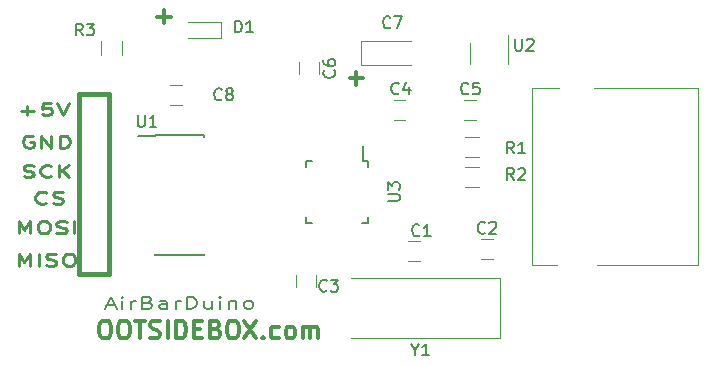
<source format=gbr>
G04 #@! TF.FileFunction,Legend,Top*
%FSLAX46Y46*%
G04 Gerber Fmt 4.6, Leading zero omitted, Abs format (unit mm)*
G04 Created by KiCad (PCBNEW 4.0.6) date 06/06/17 10:00:33*
%MOMM*%
%LPD*%
G01*
G04 APERTURE LIST*
%ADD10C,0.100000*%
%ADD11C,0.300000*%
%ADD12C,0.200000*%
%ADD13C,0.250000*%
%ADD14C,0.120000*%
%ADD15C,0.381000*%
%ADD16C,0.150000*%
G04 APERTURE END LIST*
D10*
D11*
X141321428Y-85357143D02*
X140178571Y-85357143D01*
X140750000Y-85928571D02*
X140750000Y-84785714D01*
D12*
X119585714Y-104566667D02*
X120300000Y-104566667D01*
X119442857Y-104852381D02*
X119942857Y-103852381D01*
X120442857Y-104852381D01*
X120942857Y-104852381D02*
X120942857Y-104185714D01*
X120942857Y-103852381D02*
X120871428Y-103900000D01*
X120942857Y-103947619D01*
X121014285Y-103900000D01*
X120942857Y-103852381D01*
X120942857Y-103947619D01*
X121657143Y-104852381D02*
X121657143Y-104185714D01*
X121657143Y-104376190D02*
X121728571Y-104280952D01*
X121800000Y-104233333D01*
X121942857Y-104185714D01*
X122085714Y-104185714D01*
X123085714Y-104328571D02*
X123300000Y-104376190D01*
X123371428Y-104423810D01*
X123442857Y-104519048D01*
X123442857Y-104661905D01*
X123371428Y-104757143D01*
X123300000Y-104804762D01*
X123157142Y-104852381D01*
X122585714Y-104852381D01*
X122585714Y-103852381D01*
X123085714Y-103852381D01*
X123228571Y-103900000D01*
X123300000Y-103947619D01*
X123371428Y-104042857D01*
X123371428Y-104138095D01*
X123300000Y-104233333D01*
X123228571Y-104280952D01*
X123085714Y-104328571D01*
X122585714Y-104328571D01*
X124728571Y-104852381D02*
X124728571Y-104328571D01*
X124657142Y-104233333D01*
X124514285Y-104185714D01*
X124228571Y-104185714D01*
X124085714Y-104233333D01*
X124728571Y-104804762D02*
X124585714Y-104852381D01*
X124228571Y-104852381D01*
X124085714Y-104804762D01*
X124014285Y-104709524D01*
X124014285Y-104614286D01*
X124085714Y-104519048D01*
X124228571Y-104471429D01*
X124585714Y-104471429D01*
X124728571Y-104423810D01*
X125442857Y-104852381D02*
X125442857Y-104185714D01*
X125442857Y-104376190D02*
X125514285Y-104280952D01*
X125585714Y-104233333D01*
X125728571Y-104185714D01*
X125871428Y-104185714D01*
X126371428Y-104852381D02*
X126371428Y-103852381D01*
X126728571Y-103852381D01*
X126942856Y-103900000D01*
X127085714Y-103995238D01*
X127157142Y-104090476D01*
X127228571Y-104280952D01*
X127228571Y-104423810D01*
X127157142Y-104614286D01*
X127085714Y-104709524D01*
X126942856Y-104804762D01*
X126728571Y-104852381D01*
X126371428Y-104852381D01*
X128514285Y-104185714D02*
X128514285Y-104852381D01*
X127871428Y-104185714D02*
X127871428Y-104709524D01*
X127942856Y-104804762D01*
X128085714Y-104852381D01*
X128299999Y-104852381D01*
X128442856Y-104804762D01*
X128514285Y-104757143D01*
X129228571Y-104852381D02*
X129228571Y-104185714D01*
X129228571Y-103852381D02*
X129157142Y-103900000D01*
X129228571Y-103947619D01*
X129299999Y-103900000D01*
X129228571Y-103852381D01*
X129228571Y-103947619D01*
X129942857Y-104185714D02*
X129942857Y-104852381D01*
X129942857Y-104280952D02*
X130014285Y-104233333D01*
X130157143Y-104185714D01*
X130371428Y-104185714D01*
X130514285Y-104233333D01*
X130585714Y-104328571D01*
X130585714Y-104852381D01*
X131514286Y-104852381D02*
X131371428Y-104804762D01*
X131300000Y-104757143D01*
X131228571Y-104661905D01*
X131228571Y-104376190D01*
X131300000Y-104280952D01*
X131371428Y-104233333D01*
X131514286Y-104185714D01*
X131728571Y-104185714D01*
X131871428Y-104233333D01*
X131942857Y-104280952D01*
X132014286Y-104376190D01*
X132014286Y-104661905D01*
X131942857Y-104757143D01*
X131871428Y-104804762D01*
X131728571Y-104852381D01*
X131514286Y-104852381D01*
D11*
X123888572Y-80117143D02*
X125031429Y-80117143D01*
X124460000Y-80688571D02*
X124460000Y-79545714D01*
X119341428Y-105858571D02*
X119627142Y-105858571D01*
X119770000Y-105930000D01*
X119912857Y-106072857D01*
X119984285Y-106358571D01*
X119984285Y-106858571D01*
X119912857Y-107144286D01*
X119770000Y-107287143D01*
X119627142Y-107358571D01*
X119341428Y-107358571D01*
X119198571Y-107287143D01*
X119055714Y-107144286D01*
X118984285Y-106858571D01*
X118984285Y-106358571D01*
X119055714Y-106072857D01*
X119198571Y-105930000D01*
X119341428Y-105858571D01*
X120912857Y-105858571D02*
X121198571Y-105858571D01*
X121341429Y-105930000D01*
X121484286Y-106072857D01*
X121555714Y-106358571D01*
X121555714Y-106858571D01*
X121484286Y-107144286D01*
X121341429Y-107287143D01*
X121198571Y-107358571D01*
X120912857Y-107358571D01*
X120770000Y-107287143D01*
X120627143Y-107144286D01*
X120555714Y-106858571D01*
X120555714Y-106358571D01*
X120627143Y-106072857D01*
X120770000Y-105930000D01*
X120912857Y-105858571D01*
X121984286Y-105858571D02*
X122841429Y-105858571D01*
X122412858Y-107358571D02*
X122412858Y-105858571D01*
X123270000Y-107287143D02*
X123484286Y-107358571D01*
X123841429Y-107358571D01*
X123984286Y-107287143D01*
X124055715Y-107215714D01*
X124127143Y-107072857D01*
X124127143Y-106930000D01*
X124055715Y-106787143D01*
X123984286Y-106715714D01*
X123841429Y-106644286D01*
X123555715Y-106572857D01*
X123412857Y-106501429D01*
X123341429Y-106430000D01*
X123270000Y-106287143D01*
X123270000Y-106144286D01*
X123341429Y-106001429D01*
X123412857Y-105930000D01*
X123555715Y-105858571D01*
X123912857Y-105858571D01*
X124127143Y-105930000D01*
X124770000Y-107358571D02*
X124770000Y-105858571D01*
X125484286Y-107358571D02*
X125484286Y-105858571D01*
X125841429Y-105858571D01*
X126055714Y-105930000D01*
X126198572Y-106072857D01*
X126270000Y-106215714D01*
X126341429Y-106501429D01*
X126341429Y-106715714D01*
X126270000Y-107001429D01*
X126198572Y-107144286D01*
X126055714Y-107287143D01*
X125841429Y-107358571D01*
X125484286Y-107358571D01*
X126984286Y-106572857D02*
X127484286Y-106572857D01*
X127698572Y-107358571D02*
X126984286Y-107358571D01*
X126984286Y-105858571D01*
X127698572Y-105858571D01*
X128841429Y-106572857D02*
X129055715Y-106644286D01*
X129127143Y-106715714D01*
X129198572Y-106858571D01*
X129198572Y-107072857D01*
X129127143Y-107215714D01*
X129055715Y-107287143D01*
X128912857Y-107358571D01*
X128341429Y-107358571D01*
X128341429Y-105858571D01*
X128841429Y-105858571D01*
X128984286Y-105930000D01*
X129055715Y-106001429D01*
X129127143Y-106144286D01*
X129127143Y-106287143D01*
X129055715Y-106430000D01*
X128984286Y-106501429D01*
X128841429Y-106572857D01*
X128341429Y-106572857D01*
X130127143Y-105858571D02*
X130412857Y-105858571D01*
X130555715Y-105930000D01*
X130698572Y-106072857D01*
X130770000Y-106358571D01*
X130770000Y-106858571D01*
X130698572Y-107144286D01*
X130555715Y-107287143D01*
X130412857Y-107358571D01*
X130127143Y-107358571D01*
X129984286Y-107287143D01*
X129841429Y-107144286D01*
X129770000Y-106858571D01*
X129770000Y-106358571D01*
X129841429Y-106072857D01*
X129984286Y-105930000D01*
X130127143Y-105858571D01*
X131270001Y-105858571D02*
X132270001Y-107358571D01*
X132270001Y-105858571D02*
X131270001Y-107358571D01*
X132841429Y-107215714D02*
X132912857Y-107287143D01*
X132841429Y-107358571D01*
X132770000Y-107287143D01*
X132841429Y-107215714D01*
X132841429Y-107358571D01*
X134198572Y-107287143D02*
X134055715Y-107358571D01*
X133770001Y-107358571D01*
X133627143Y-107287143D01*
X133555715Y-107215714D01*
X133484286Y-107072857D01*
X133484286Y-106644286D01*
X133555715Y-106501429D01*
X133627143Y-106430000D01*
X133770001Y-106358571D01*
X134055715Y-106358571D01*
X134198572Y-106430000D01*
X135055715Y-107358571D02*
X134912857Y-107287143D01*
X134841429Y-107215714D01*
X134770000Y-107072857D01*
X134770000Y-106644286D01*
X134841429Y-106501429D01*
X134912857Y-106430000D01*
X135055715Y-106358571D01*
X135270000Y-106358571D01*
X135412857Y-106430000D01*
X135484286Y-106501429D01*
X135555715Y-106644286D01*
X135555715Y-107072857D01*
X135484286Y-107215714D01*
X135412857Y-107287143D01*
X135270000Y-107358571D01*
X135055715Y-107358571D01*
X136198572Y-107358571D02*
X136198572Y-106358571D01*
X136198572Y-106501429D02*
X136270000Y-106430000D01*
X136412858Y-106358571D01*
X136627143Y-106358571D01*
X136770000Y-106430000D01*
X136841429Y-106572857D01*
X136841429Y-107358571D01*
X136841429Y-106572857D02*
X136912858Y-106430000D01*
X137055715Y-106358571D01*
X137270000Y-106358571D01*
X137412858Y-106430000D01*
X137484286Y-106572857D01*
X137484286Y-107358571D01*
D13*
X114500001Y-95857143D02*
X114428572Y-95904762D01*
X114214286Y-95952381D01*
X114071429Y-95952381D01*
X113857144Y-95904762D01*
X113714286Y-95809524D01*
X113642858Y-95714286D01*
X113571429Y-95523810D01*
X113571429Y-95380952D01*
X113642858Y-95190476D01*
X113714286Y-95095238D01*
X113857144Y-95000000D01*
X114071429Y-94952381D01*
X114214286Y-94952381D01*
X114428572Y-95000000D01*
X114500001Y-95047619D01*
X115071429Y-95904762D02*
X115285715Y-95952381D01*
X115642858Y-95952381D01*
X115785715Y-95904762D01*
X115857144Y-95857143D01*
X115928572Y-95761905D01*
X115928572Y-95666667D01*
X115857144Y-95571429D01*
X115785715Y-95523810D01*
X115642858Y-95476190D01*
X115357144Y-95428571D01*
X115214286Y-95380952D01*
X115142858Y-95333333D01*
X115071429Y-95238095D01*
X115071429Y-95142857D01*
X115142858Y-95047619D01*
X115214286Y-95000000D01*
X115357144Y-94952381D01*
X115714286Y-94952381D01*
X115928572Y-95000000D01*
X112142857Y-98452381D02*
X112142857Y-97452381D01*
X112642857Y-98166667D01*
X113142857Y-97452381D01*
X113142857Y-98452381D01*
X114142857Y-97452381D02*
X114428571Y-97452381D01*
X114571429Y-97500000D01*
X114714286Y-97595238D01*
X114785714Y-97785714D01*
X114785714Y-98119048D01*
X114714286Y-98309524D01*
X114571429Y-98404762D01*
X114428571Y-98452381D01*
X114142857Y-98452381D01*
X114000000Y-98404762D01*
X113857143Y-98309524D01*
X113785714Y-98119048D01*
X113785714Y-97785714D01*
X113857143Y-97595238D01*
X114000000Y-97500000D01*
X114142857Y-97452381D01*
X115357143Y-98404762D02*
X115571429Y-98452381D01*
X115928572Y-98452381D01*
X116071429Y-98404762D01*
X116142858Y-98357143D01*
X116214286Y-98261905D01*
X116214286Y-98166667D01*
X116142858Y-98071429D01*
X116071429Y-98023810D01*
X115928572Y-97976190D01*
X115642858Y-97928571D01*
X115500000Y-97880952D01*
X115428572Y-97833333D01*
X115357143Y-97738095D01*
X115357143Y-97642857D01*
X115428572Y-97547619D01*
X115500000Y-97500000D01*
X115642858Y-97452381D01*
X116000000Y-97452381D01*
X116214286Y-97500000D01*
X116857143Y-98452381D02*
X116857143Y-97452381D01*
X112142857Y-101202381D02*
X112142857Y-100202381D01*
X112642857Y-100916667D01*
X113142857Y-100202381D01*
X113142857Y-101202381D01*
X113857143Y-101202381D02*
X113857143Y-100202381D01*
X114500000Y-101154762D02*
X114714286Y-101202381D01*
X115071429Y-101202381D01*
X115214286Y-101154762D01*
X115285715Y-101107143D01*
X115357143Y-101011905D01*
X115357143Y-100916667D01*
X115285715Y-100821429D01*
X115214286Y-100773810D01*
X115071429Y-100726190D01*
X114785715Y-100678571D01*
X114642857Y-100630952D01*
X114571429Y-100583333D01*
X114500000Y-100488095D01*
X114500000Y-100392857D01*
X114571429Y-100297619D01*
X114642857Y-100250000D01*
X114785715Y-100202381D01*
X115142857Y-100202381D01*
X115357143Y-100250000D01*
X116285714Y-100202381D02*
X116571428Y-100202381D01*
X116714286Y-100250000D01*
X116857143Y-100345238D01*
X116928571Y-100535714D01*
X116928571Y-100869048D01*
X116857143Y-101059524D01*
X116714286Y-101154762D01*
X116571428Y-101202381D01*
X116285714Y-101202381D01*
X116142857Y-101154762D01*
X116000000Y-101059524D01*
X115928571Y-100869048D01*
X115928571Y-100535714D01*
X116000000Y-100345238D01*
X116142857Y-100250000D01*
X116285714Y-100202381D01*
X112571429Y-93654762D02*
X112785715Y-93702381D01*
X113142858Y-93702381D01*
X113285715Y-93654762D01*
X113357144Y-93607143D01*
X113428572Y-93511905D01*
X113428572Y-93416667D01*
X113357144Y-93321429D01*
X113285715Y-93273810D01*
X113142858Y-93226190D01*
X112857144Y-93178571D01*
X112714286Y-93130952D01*
X112642858Y-93083333D01*
X112571429Y-92988095D01*
X112571429Y-92892857D01*
X112642858Y-92797619D01*
X112714286Y-92750000D01*
X112857144Y-92702381D01*
X113214286Y-92702381D01*
X113428572Y-92750000D01*
X114928572Y-93607143D02*
X114857143Y-93654762D01*
X114642857Y-93702381D01*
X114500000Y-93702381D01*
X114285715Y-93654762D01*
X114142857Y-93559524D01*
X114071429Y-93464286D01*
X114000000Y-93273810D01*
X114000000Y-93130952D01*
X114071429Y-92940476D01*
X114142857Y-92845238D01*
X114285715Y-92750000D01*
X114500000Y-92702381D01*
X114642857Y-92702381D01*
X114857143Y-92750000D01*
X114928572Y-92797619D01*
X115571429Y-93702381D02*
X115571429Y-92702381D01*
X116428572Y-93702381D02*
X115785715Y-93130952D01*
X116428572Y-92702381D02*
X115571429Y-93273810D01*
X113357143Y-90250000D02*
X113214286Y-90202381D01*
X113000000Y-90202381D01*
X112785715Y-90250000D01*
X112642857Y-90345238D01*
X112571429Y-90440476D01*
X112500000Y-90630952D01*
X112500000Y-90773810D01*
X112571429Y-90964286D01*
X112642857Y-91059524D01*
X112785715Y-91154762D01*
X113000000Y-91202381D01*
X113142857Y-91202381D01*
X113357143Y-91154762D01*
X113428572Y-91107143D01*
X113428572Y-90773810D01*
X113142857Y-90773810D01*
X114071429Y-91202381D02*
X114071429Y-90202381D01*
X114928572Y-91202381D01*
X114928572Y-90202381D01*
X115642858Y-91202381D02*
X115642858Y-90202381D01*
X116000001Y-90202381D01*
X116214286Y-90250000D01*
X116357144Y-90345238D01*
X116428572Y-90440476D01*
X116500001Y-90630952D01*
X116500001Y-90773810D01*
X116428572Y-90964286D01*
X116357144Y-91059524D01*
X116214286Y-91154762D01*
X116000001Y-91202381D01*
X115642858Y-91202381D01*
X112321429Y-88071429D02*
X113464286Y-88071429D01*
X112892857Y-88452381D02*
X112892857Y-87690476D01*
X114892858Y-87452381D02*
X114178572Y-87452381D01*
X114107143Y-87928571D01*
X114178572Y-87880952D01*
X114321429Y-87833333D01*
X114678572Y-87833333D01*
X114821429Y-87880952D01*
X114892858Y-87928571D01*
X114964286Y-88023810D01*
X114964286Y-88261905D01*
X114892858Y-88357143D01*
X114821429Y-88404762D01*
X114678572Y-88452381D01*
X114321429Y-88452381D01*
X114178572Y-88404762D01*
X114107143Y-88357143D01*
X115392857Y-87452381D02*
X115892857Y-88452381D01*
X116392857Y-87452381D01*
D14*
X140300000Y-107350000D02*
X152900000Y-107350000D01*
X152900000Y-107350000D02*
X152900000Y-102250000D01*
X152900000Y-102250000D02*
X140300000Y-102250000D01*
D15*
X119795400Y-101920800D02*
X119795400Y-86630000D01*
X117255400Y-101920800D02*
X117255400Y-86630000D01*
X117280800Y-86630000D02*
X119795400Y-86630000D01*
X119795400Y-101920800D02*
X117280800Y-101920800D01*
D14*
X146100000Y-99150000D02*
X145100000Y-99150000D01*
X145100000Y-100850000D02*
X146100000Y-100850000D01*
X152300000Y-98950000D02*
X151300000Y-98950000D01*
X151300000Y-100650000D02*
X152300000Y-100650000D01*
X137350000Y-103000000D02*
X137350000Y-102000000D01*
X135650000Y-102000000D02*
X135650000Y-103000000D01*
X143900000Y-88850000D02*
X144900000Y-88850000D01*
X144900000Y-87150000D02*
X143900000Y-87150000D01*
X150900000Y-87150000D02*
X149900000Y-87150000D01*
X149900000Y-88850000D02*
X150900000Y-88850000D01*
X137600000Y-85000000D02*
X137600000Y-84000000D01*
X135900000Y-84000000D02*
X135900000Y-85000000D01*
X125000000Y-87600000D02*
X126000000Y-87600000D01*
X126000000Y-85900000D02*
X125000000Y-85900000D01*
X129300000Y-81950000D02*
X129300000Y-80550000D01*
X129300000Y-80550000D02*
X126500000Y-80550000D01*
X129300000Y-81950000D02*
X126500000Y-81950000D01*
X155610000Y-86200000D02*
X157940000Y-86200000D01*
X155610000Y-101190000D02*
X157730000Y-101190000D01*
X155610000Y-86200000D02*
X155610000Y-101190000D01*
X169700000Y-86200000D02*
X169700000Y-101190000D01*
X160900000Y-86200000D02*
X169700000Y-86200000D01*
X161100000Y-101190000D02*
X169700000Y-101190000D01*
X151140000Y-92030000D02*
X149940000Y-92030000D01*
X149940000Y-90270000D02*
X151140000Y-90270000D01*
X151140000Y-94570000D02*
X149940000Y-94570000D01*
X149940000Y-92810000D02*
X151140000Y-92810000D01*
X120880000Y-82150000D02*
X120880000Y-83350000D01*
X119120000Y-83350000D02*
X119120000Y-82150000D01*
D16*
X123675000Y-90175000D02*
X123675000Y-90200000D01*
X127825000Y-90175000D02*
X127825000Y-90280000D01*
X127825000Y-100325000D02*
X127825000Y-100220000D01*
X123675000Y-100325000D02*
X123675000Y-100220000D01*
X123675000Y-90175000D02*
X127825000Y-90175000D01*
X123675000Y-100325000D02*
X127825000Y-100325000D01*
X123675000Y-90200000D02*
X122300000Y-90200000D01*
D14*
X150390000Y-82350000D02*
X150390000Y-84150000D01*
X153610000Y-84150000D02*
X153610000Y-81700000D01*
D16*
X141735000Y-92335000D02*
X141310000Y-92335000D01*
X141735000Y-97585000D02*
X141225000Y-97585000D01*
X136485000Y-97585000D02*
X136995000Y-97585000D01*
X136485000Y-92335000D02*
X136995000Y-92335000D01*
X141735000Y-92335000D02*
X141735000Y-92845000D01*
X136485000Y-92335000D02*
X136485000Y-92845000D01*
X136485000Y-97585000D02*
X136485000Y-97075000D01*
X141735000Y-97585000D02*
X141735000Y-97075000D01*
X141310000Y-92335000D02*
X141310000Y-91110000D01*
D14*
X141150000Y-82150000D02*
X145400000Y-82150000D01*
X141150000Y-84250000D02*
X145400000Y-84250000D01*
X141150000Y-82150000D02*
X141150000Y-84250000D01*
D16*
X145723809Y-108326190D02*
X145723809Y-108802381D01*
X145390476Y-107802381D02*
X145723809Y-108326190D01*
X146057143Y-107802381D01*
X146914286Y-108802381D02*
X146342857Y-108802381D01*
X146628571Y-108802381D02*
X146628571Y-107802381D01*
X146533333Y-107945238D01*
X146438095Y-108040476D01*
X146342857Y-108088095D01*
D12*
D16*
X146083334Y-98607143D02*
X146035715Y-98654762D01*
X145892858Y-98702381D01*
X145797620Y-98702381D01*
X145654762Y-98654762D01*
X145559524Y-98559524D01*
X145511905Y-98464286D01*
X145464286Y-98273810D01*
X145464286Y-98130952D01*
X145511905Y-97940476D01*
X145559524Y-97845238D01*
X145654762Y-97750000D01*
X145797620Y-97702381D01*
X145892858Y-97702381D01*
X146035715Y-97750000D01*
X146083334Y-97797619D01*
X147035715Y-98702381D02*
X146464286Y-98702381D01*
X146750000Y-98702381D02*
X146750000Y-97702381D01*
X146654762Y-97845238D01*
X146559524Y-97940476D01*
X146464286Y-97988095D01*
X151633334Y-98407143D02*
X151585715Y-98454762D01*
X151442858Y-98502381D01*
X151347620Y-98502381D01*
X151204762Y-98454762D01*
X151109524Y-98359524D01*
X151061905Y-98264286D01*
X151014286Y-98073810D01*
X151014286Y-97930952D01*
X151061905Y-97740476D01*
X151109524Y-97645238D01*
X151204762Y-97550000D01*
X151347620Y-97502381D01*
X151442858Y-97502381D01*
X151585715Y-97550000D01*
X151633334Y-97597619D01*
X152014286Y-97597619D02*
X152061905Y-97550000D01*
X152157143Y-97502381D01*
X152395239Y-97502381D01*
X152490477Y-97550000D01*
X152538096Y-97597619D01*
X152585715Y-97692857D01*
X152585715Y-97788095D01*
X152538096Y-97930952D01*
X151966667Y-98502381D01*
X152585715Y-98502381D01*
X138233334Y-103307143D02*
X138185715Y-103354762D01*
X138042858Y-103402381D01*
X137947620Y-103402381D01*
X137804762Y-103354762D01*
X137709524Y-103259524D01*
X137661905Y-103164286D01*
X137614286Y-102973810D01*
X137614286Y-102830952D01*
X137661905Y-102640476D01*
X137709524Y-102545238D01*
X137804762Y-102450000D01*
X137947620Y-102402381D01*
X138042858Y-102402381D01*
X138185715Y-102450000D01*
X138233334Y-102497619D01*
X138566667Y-102402381D02*
X139185715Y-102402381D01*
X138852381Y-102783333D01*
X138995239Y-102783333D01*
X139090477Y-102830952D01*
X139138096Y-102878571D01*
X139185715Y-102973810D01*
X139185715Y-103211905D01*
X139138096Y-103307143D01*
X139090477Y-103354762D01*
X138995239Y-103402381D01*
X138709524Y-103402381D01*
X138614286Y-103354762D01*
X138566667Y-103307143D01*
X144333334Y-86607143D02*
X144285715Y-86654762D01*
X144142858Y-86702381D01*
X144047620Y-86702381D01*
X143904762Y-86654762D01*
X143809524Y-86559524D01*
X143761905Y-86464286D01*
X143714286Y-86273810D01*
X143714286Y-86130952D01*
X143761905Y-85940476D01*
X143809524Y-85845238D01*
X143904762Y-85750000D01*
X144047620Y-85702381D01*
X144142858Y-85702381D01*
X144285715Y-85750000D01*
X144333334Y-85797619D01*
X145190477Y-86035714D02*
X145190477Y-86702381D01*
X144952381Y-85654762D02*
X144714286Y-86369048D01*
X145333334Y-86369048D01*
X150233334Y-86607143D02*
X150185715Y-86654762D01*
X150042858Y-86702381D01*
X149947620Y-86702381D01*
X149804762Y-86654762D01*
X149709524Y-86559524D01*
X149661905Y-86464286D01*
X149614286Y-86273810D01*
X149614286Y-86130952D01*
X149661905Y-85940476D01*
X149709524Y-85845238D01*
X149804762Y-85750000D01*
X149947620Y-85702381D01*
X150042858Y-85702381D01*
X150185715Y-85750000D01*
X150233334Y-85797619D01*
X151138096Y-85702381D02*
X150661905Y-85702381D01*
X150614286Y-86178571D01*
X150661905Y-86130952D01*
X150757143Y-86083333D01*
X150995239Y-86083333D01*
X151090477Y-86130952D01*
X151138096Y-86178571D01*
X151185715Y-86273810D01*
X151185715Y-86511905D01*
X151138096Y-86607143D01*
X151090477Y-86654762D01*
X150995239Y-86702381D01*
X150757143Y-86702381D01*
X150661905Y-86654762D01*
X150614286Y-86607143D01*
X138857143Y-84666666D02*
X138904762Y-84714285D01*
X138952381Y-84857142D01*
X138952381Y-84952380D01*
X138904762Y-85095238D01*
X138809524Y-85190476D01*
X138714286Y-85238095D01*
X138523810Y-85285714D01*
X138380952Y-85285714D01*
X138190476Y-85238095D01*
X138095238Y-85190476D01*
X138000000Y-85095238D01*
X137952381Y-84952380D01*
X137952381Y-84857142D01*
X138000000Y-84714285D01*
X138047619Y-84666666D01*
X137952381Y-83809523D02*
X137952381Y-84000000D01*
X138000000Y-84095238D01*
X138047619Y-84142857D01*
X138190476Y-84238095D01*
X138380952Y-84285714D01*
X138761905Y-84285714D01*
X138857143Y-84238095D01*
X138904762Y-84190476D01*
X138952381Y-84095238D01*
X138952381Y-83904761D01*
X138904762Y-83809523D01*
X138857143Y-83761904D01*
X138761905Y-83714285D01*
X138523810Y-83714285D01*
X138428571Y-83761904D01*
X138380952Y-83809523D01*
X138333333Y-83904761D01*
X138333333Y-84095238D01*
X138380952Y-84190476D01*
X138428571Y-84238095D01*
X138523810Y-84285714D01*
X129333334Y-87107143D02*
X129285715Y-87154762D01*
X129142858Y-87202381D01*
X129047620Y-87202381D01*
X128904762Y-87154762D01*
X128809524Y-87059524D01*
X128761905Y-86964286D01*
X128714286Y-86773810D01*
X128714286Y-86630952D01*
X128761905Y-86440476D01*
X128809524Y-86345238D01*
X128904762Y-86250000D01*
X129047620Y-86202381D01*
X129142858Y-86202381D01*
X129285715Y-86250000D01*
X129333334Y-86297619D01*
X129904762Y-86630952D02*
X129809524Y-86583333D01*
X129761905Y-86535714D01*
X129714286Y-86440476D01*
X129714286Y-86392857D01*
X129761905Y-86297619D01*
X129809524Y-86250000D01*
X129904762Y-86202381D01*
X130095239Y-86202381D01*
X130190477Y-86250000D01*
X130238096Y-86297619D01*
X130285715Y-86392857D01*
X130285715Y-86440476D01*
X130238096Y-86535714D01*
X130190477Y-86583333D01*
X130095239Y-86630952D01*
X129904762Y-86630952D01*
X129809524Y-86678571D01*
X129761905Y-86726190D01*
X129714286Y-86821429D01*
X129714286Y-87011905D01*
X129761905Y-87107143D01*
X129809524Y-87154762D01*
X129904762Y-87202381D01*
X130095239Y-87202381D01*
X130190477Y-87154762D01*
X130238096Y-87107143D01*
X130285715Y-87011905D01*
X130285715Y-86821429D01*
X130238096Y-86726190D01*
X130190477Y-86678571D01*
X130095239Y-86630952D01*
X130461905Y-81452381D02*
X130461905Y-80452381D01*
X130700000Y-80452381D01*
X130842858Y-80500000D01*
X130938096Y-80595238D01*
X130985715Y-80690476D01*
X131033334Y-80880952D01*
X131033334Y-81023810D01*
X130985715Y-81214286D01*
X130938096Y-81309524D01*
X130842858Y-81404762D01*
X130700000Y-81452381D01*
X130461905Y-81452381D01*
X131985715Y-81452381D02*
X131414286Y-81452381D01*
X131700000Y-81452381D02*
X131700000Y-80452381D01*
X131604762Y-80595238D01*
X131509524Y-80690476D01*
X131414286Y-80738095D01*
X154083334Y-91702381D02*
X153750000Y-91226190D01*
X153511905Y-91702381D02*
X153511905Y-90702381D01*
X153892858Y-90702381D01*
X153988096Y-90750000D01*
X154035715Y-90797619D01*
X154083334Y-90892857D01*
X154083334Y-91035714D01*
X154035715Y-91130952D01*
X153988096Y-91178571D01*
X153892858Y-91226190D01*
X153511905Y-91226190D01*
X155035715Y-91702381D02*
X154464286Y-91702381D01*
X154750000Y-91702381D02*
X154750000Y-90702381D01*
X154654762Y-90845238D01*
X154559524Y-90940476D01*
X154464286Y-90988095D01*
X154083334Y-93952381D02*
X153750000Y-93476190D01*
X153511905Y-93952381D02*
X153511905Y-92952381D01*
X153892858Y-92952381D01*
X153988096Y-93000000D01*
X154035715Y-93047619D01*
X154083334Y-93142857D01*
X154083334Y-93285714D01*
X154035715Y-93380952D01*
X153988096Y-93428571D01*
X153892858Y-93476190D01*
X153511905Y-93476190D01*
X154464286Y-93047619D02*
X154511905Y-93000000D01*
X154607143Y-92952381D01*
X154845239Y-92952381D01*
X154940477Y-93000000D01*
X154988096Y-93047619D01*
X155035715Y-93142857D01*
X155035715Y-93238095D01*
X154988096Y-93380952D01*
X154416667Y-93952381D01*
X155035715Y-93952381D01*
X117583334Y-81702381D02*
X117250000Y-81226190D01*
X117011905Y-81702381D02*
X117011905Y-80702381D01*
X117392858Y-80702381D01*
X117488096Y-80750000D01*
X117535715Y-80797619D01*
X117583334Y-80892857D01*
X117583334Y-81035714D01*
X117535715Y-81130952D01*
X117488096Y-81178571D01*
X117392858Y-81226190D01*
X117011905Y-81226190D01*
X117916667Y-80702381D02*
X118535715Y-80702381D01*
X118202381Y-81083333D01*
X118345239Y-81083333D01*
X118440477Y-81130952D01*
X118488096Y-81178571D01*
X118535715Y-81273810D01*
X118535715Y-81511905D01*
X118488096Y-81607143D01*
X118440477Y-81654762D01*
X118345239Y-81702381D01*
X118059524Y-81702381D01*
X117964286Y-81654762D01*
X117916667Y-81607143D01*
X122238095Y-88452381D02*
X122238095Y-89261905D01*
X122285714Y-89357143D01*
X122333333Y-89404762D01*
X122428571Y-89452381D01*
X122619048Y-89452381D01*
X122714286Y-89404762D01*
X122761905Y-89357143D01*
X122809524Y-89261905D01*
X122809524Y-88452381D01*
X123809524Y-89452381D02*
X123238095Y-89452381D01*
X123523809Y-89452381D02*
X123523809Y-88452381D01*
X123428571Y-88595238D01*
X123333333Y-88690476D01*
X123238095Y-88738095D01*
X154178095Y-82002381D02*
X154178095Y-82811905D01*
X154225714Y-82907143D01*
X154273333Y-82954762D01*
X154368571Y-83002381D01*
X154559048Y-83002381D01*
X154654286Y-82954762D01*
X154701905Y-82907143D01*
X154749524Y-82811905D01*
X154749524Y-82002381D01*
X155178095Y-82097619D02*
X155225714Y-82050000D01*
X155320952Y-82002381D01*
X155559048Y-82002381D01*
X155654286Y-82050000D01*
X155701905Y-82097619D01*
X155749524Y-82192857D01*
X155749524Y-82288095D01*
X155701905Y-82430952D01*
X155130476Y-83002381D01*
X155749524Y-83002381D01*
X143412381Y-95721905D02*
X144221905Y-95721905D01*
X144317143Y-95674286D01*
X144364762Y-95626667D01*
X144412381Y-95531429D01*
X144412381Y-95340952D01*
X144364762Y-95245714D01*
X144317143Y-95198095D01*
X144221905Y-95150476D01*
X143412381Y-95150476D01*
X143412381Y-94769524D02*
X143412381Y-94150476D01*
X143793333Y-94483810D01*
X143793333Y-94340952D01*
X143840952Y-94245714D01*
X143888571Y-94198095D01*
X143983810Y-94150476D01*
X144221905Y-94150476D01*
X144317143Y-94198095D01*
X144364762Y-94245714D01*
X144412381Y-94340952D01*
X144412381Y-94626667D01*
X144364762Y-94721905D01*
X144317143Y-94769524D01*
X143633334Y-81007143D02*
X143585715Y-81054762D01*
X143442858Y-81102381D01*
X143347620Y-81102381D01*
X143204762Y-81054762D01*
X143109524Y-80959524D01*
X143061905Y-80864286D01*
X143014286Y-80673810D01*
X143014286Y-80530952D01*
X143061905Y-80340476D01*
X143109524Y-80245238D01*
X143204762Y-80150000D01*
X143347620Y-80102381D01*
X143442858Y-80102381D01*
X143585715Y-80150000D01*
X143633334Y-80197619D01*
X143966667Y-80102381D02*
X144633334Y-80102381D01*
X144204762Y-81102381D01*
M02*

</source>
